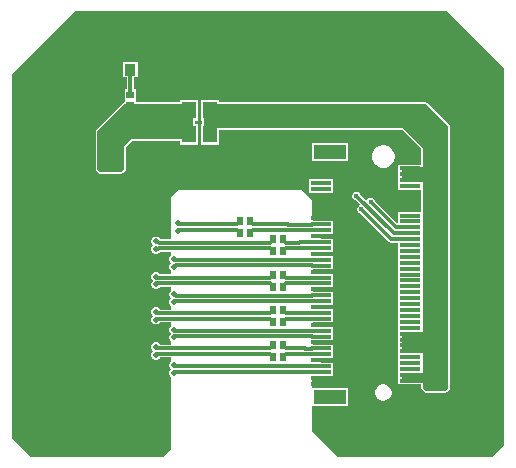
<source format=gtl>
G04*
G04 #@! TF.GenerationSoftware,Altium Limited,Altium Designer,23.5.1 (21)*
G04*
G04 Layer_Physical_Order=1*
G04 Layer_Color=255*
%FSLAX25Y25*%
%MOIN*%
G70*
G04*
G04 #@! TF.SameCoordinates,759C71C3-0AE8-42CF-A238-0F2E4D7DB1F7*
G04*
G04*
G04 #@! TF.FilePolarity,Positive*
G04*
G01*
G75*
%ADD13R,0.04567X0.05787*%
%ADD14R,0.03661X0.03858*%
%ADD15R,0.02559X0.02362*%
%ADD16R,0.03858X0.03661*%
%ADD17R,0.10827X0.04724*%
%ADD18R,0.06693X0.01181*%
%ADD19R,0.02362X0.02559*%
%ADD25C,0.01181*%
%ADD26C,0.01575*%
%ADD27C,0.01968*%
%ADD28C,0.03543*%
G36*
X187500Y179000D02*
Y53500D01*
X183500Y49500D01*
X132000D01*
X123500Y58000D01*
Y66069D01*
X123538Y66553D01*
X124000Y66553D01*
X135565D01*
Y72478D01*
X124000D01*
X123538Y72478D01*
X123500Y72962D01*
Y76122D01*
X123744Y76570D01*
X126500D01*
X126617Y76593D01*
X130447D01*
Y80942D01*
X126617D01*
X126500Y80966D01*
X123744D01*
X123500Y81413D01*
Y82028D01*
X123744Y82475D01*
X126500D01*
X126617Y82498D01*
X130447D01*
Y86848D01*
X126617D01*
X126500Y86871D01*
X123744D01*
X123500Y87319D01*
Y87933D01*
X123744Y88381D01*
X126500D01*
X126617Y88404D01*
X130447D01*
Y92753D01*
X126617D01*
X126500Y92777D01*
X123744D01*
X123500Y93224D01*
Y93839D01*
X123744Y94286D01*
X126500D01*
X126617Y94310D01*
X130447D01*
Y98659D01*
X126617D01*
X126500Y98682D01*
X123744D01*
X123500Y99130D01*
Y99744D01*
X123744Y100192D01*
X126500D01*
X126617Y100215D01*
X130447D01*
Y104565D01*
X126617D01*
X126500Y104588D01*
X123744D01*
X123744Y104588D01*
X123500Y105035D01*
Y105650D01*
X123744Y106097D01*
X126500D01*
X126617Y106121D01*
X130447D01*
Y110470D01*
X126617D01*
X126500Y110493D01*
X123744D01*
X123744Y110493D01*
X123500Y110941D01*
Y111555D01*
X123744Y112003D01*
X126500D01*
X126617Y112026D01*
X130447D01*
Y116376D01*
X126617D01*
X126500Y116399D01*
X123744D01*
X123500Y116846D01*
Y117461D01*
X123744Y117908D01*
X126500D01*
X126617Y117931D01*
X130447D01*
Y122281D01*
X126617D01*
X126500Y122304D01*
X123744D01*
X123500Y122752D01*
Y123366D01*
X123744Y123814D01*
X126500D01*
X126617Y123837D01*
X130447D01*
Y128187D01*
X126617D01*
X126500Y128210D01*
X123744D01*
X123500Y128657D01*
Y135216D01*
X120217Y138500D01*
X79000Y138500D01*
X76500Y136000D01*
Y122114D01*
X72947D01*
X72847Y122180D01*
X72843Y122191D01*
X72397Y122636D01*
X71815Y122878D01*
X71185D01*
X70603Y122636D01*
X70157Y122191D01*
X69916Y121608D01*
Y120978D01*
X70157Y120396D01*
X70544Y120009D01*
X70157Y119622D01*
X69916Y119040D01*
Y118410D01*
X70157Y117827D01*
X70603Y117382D01*
X71185Y117140D01*
X71815D01*
X72397Y117382D01*
X72843Y117827D01*
X72847Y117838D01*
X72947Y117905D01*
X76500D01*
Y116726D01*
X76157Y116382D01*
X75916Y115800D01*
Y115170D01*
X76157Y114588D01*
X76500Y114245D01*
Y114157D01*
X76157Y113814D01*
X75916Y113232D01*
Y112601D01*
X76157Y112019D01*
X76500Y111676D01*
Y110366D01*
X72875D01*
X72843Y110443D01*
X72397Y110889D01*
X71815Y111130D01*
X71185D01*
X70603Y110889D01*
X70157Y110443D01*
X69916Y109861D01*
Y109231D01*
X70157Y108649D01*
X70544Y108262D01*
X70157Y107875D01*
X69916Y107293D01*
Y106662D01*
X70157Y106080D01*
X70603Y105634D01*
X71185Y105393D01*
X71815D01*
X72397Y105634D01*
X72843Y106080D01*
X72875Y106157D01*
X76500D01*
Y104914D01*
X76157Y104571D01*
X75916Y103989D01*
Y103359D01*
X76157Y102777D01*
X76500Y102434D01*
Y102346D01*
X76157Y102003D01*
X75916Y101421D01*
Y100790D01*
X76157Y100208D01*
X76500Y99865D01*
Y98611D01*
X72875D01*
X72843Y98689D01*
X72397Y99134D01*
X71815Y99375D01*
X71185D01*
X70603Y99134D01*
X70157Y98689D01*
X69916Y98106D01*
Y97476D01*
X70157Y96894D01*
X70544Y96507D01*
X70157Y96120D01*
X69916Y95538D01*
Y94908D01*
X70157Y94325D01*
X70603Y93880D01*
X71185Y93638D01*
X71815D01*
X72397Y93880D01*
X72843Y94325D01*
X72875Y94402D01*
X76500D01*
Y93103D01*
X76157Y92760D01*
X75916Y92178D01*
Y91548D01*
X76157Y90966D01*
X76500Y90623D01*
Y90535D01*
X76157Y90192D01*
X75916Y89610D01*
Y88979D01*
X76157Y88397D01*
X76500Y88054D01*
Y86875D01*
X72875D01*
X72843Y86953D01*
X72397Y87398D01*
X71815Y87639D01*
X71185D01*
X70603Y87398D01*
X70157Y86953D01*
X69916Y86370D01*
Y85740D01*
X70157Y85158D01*
X70544Y84771D01*
X70157Y84384D01*
X69916Y83802D01*
Y83171D01*
X70157Y82589D01*
X70603Y82144D01*
X71185Y81902D01*
X71815D01*
X72397Y82144D01*
X72843Y82589D01*
X72875Y82666D01*
X76500D01*
Y81292D01*
X76157Y80949D01*
X75916Y80367D01*
Y79737D01*
X76157Y79155D01*
X76500Y78812D01*
Y78724D01*
X76157Y78381D01*
X75916Y77799D01*
Y77168D01*
X76157Y76586D01*
X76500Y76243D01*
Y52000D01*
X74000Y49500D01*
X30000D01*
X23614Y55886D01*
X23614Y177114D01*
X44500Y198000D01*
X168500Y198000D01*
X187500Y179000D01*
D02*
G37*
%LPC*%
G36*
X65368Y181029D02*
X60506D01*
Y175971D01*
X61786D01*
Y171954D01*
X61120D01*
Y167649D01*
X61000D01*
X60541Y167459D01*
X51541Y158459D01*
X51351Y158000D01*
Y153500D01*
Y145500D01*
X51541Y145041D01*
X52541Y144041D01*
X53000Y143851D01*
X60000D01*
X60459Y144041D01*
X61459Y145041D01*
X61649Y145500D01*
Y152731D01*
X63769Y154851D01*
X79613D01*
Y153506D01*
X85379D01*
Y160494D01*
X84649D01*
X84649Y161506D01*
X85379D01*
Y168494D01*
X79613D01*
Y167649D01*
X64880D01*
Y171954D01*
X64214D01*
Y175971D01*
X65368D01*
Y181029D01*
D02*
G37*
G36*
X135565Y153974D02*
X123538D01*
Y148050D01*
X135565D01*
Y153974D01*
D02*
G37*
G36*
X147761Y153384D02*
X146774D01*
X145820Y153128D01*
X144965Y152634D01*
X144267Y151936D01*
X143774Y151081D01*
X143518Y150127D01*
Y149140D01*
X143774Y148187D01*
X144267Y147332D01*
X144965Y146633D01*
X145820Y146140D01*
X146774Y145884D01*
X147761D01*
X148715Y146140D01*
X149570Y146633D01*
X150268Y147332D01*
X150762Y148187D01*
X151017Y149140D01*
Y150127D01*
X150762Y151081D01*
X150268Y151936D01*
X149570Y152634D01*
X148715Y153128D01*
X147761Y153384D01*
D02*
G37*
G36*
X130447Y141966D02*
X122554D01*
Y137617D01*
X130447D01*
Y139585D01*
Y141966D01*
D02*
G37*
G36*
X92387Y168494D02*
X86620D01*
Y161506D01*
X86851D01*
Y160494D01*
X86620D01*
Y153506D01*
X92387D01*
Y158351D01*
X153731D01*
X159851Y152231D01*
Y146887D01*
X152278D01*
Y142538D01*
Y138601D01*
X159851D01*
Y131139D01*
X152278D01*
Y127646D01*
X151778Y127439D01*
X144435Y134782D01*
Y134823D01*
X144223Y135333D01*
X143833Y135723D01*
X143323Y135935D01*
X142771D01*
X142261Y135723D01*
X141879Y135342D01*
X141774Y135247D01*
X141351Y135163D01*
X139680Y136834D01*
X139506Y137253D01*
X139116Y137643D01*
X138606Y137855D01*
X138054D01*
X137544Y137643D01*
X137154Y137253D01*
X136943Y136743D01*
Y136191D01*
X137154Y135681D01*
X137544Y135291D01*
X137963Y135117D01*
X139384Y133697D01*
X139300Y133273D01*
X139206Y133168D01*
X138824Y132786D01*
X138613Y132276D01*
Y131724D01*
X138824Y131214D01*
X139214Y130824D01*
X139633Y130650D01*
X149067Y121216D01*
X149067Y121216D01*
X149461Y120953D01*
X149925Y120861D01*
X152278D01*
Y116947D01*
Y113010D01*
Y109073D01*
Y105136D01*
Y101199D01*
Y97262D01*
Y93325D01*
Y89388D01*
Y85451D01*
Y81514D01*
Y77577D01*
Y73640D01*
X153489D01*
X153500Y73635D01*
X159851D01*
Y72500D01*
X160041Y72041D01*
X161041Y71041D01*
X161500Y70851D01*
X168000D01*
X168459Y71041D01*
X169459Y72041D01*
X169649Y72500D01*
Y155500D01*
Y159500D01*
X169459Y159959D01*
X161959Y167459D01*
X161500Y167649D01*
X92387D01*
Y168494D01*
D02*
G37*
G36*
X147632Y73659D02*
X146904D01*
X146200Y73471D01*
X145570Y73106D01*
X145055Y72592D01*
X144691Y71961D01*
X144502Y71258D01*
Y70530D01*
X144691Y69826D01*
X145055Y69196D01*
X145570Y68681D01*
X146200Y68317D01*
X146904Y68128D01*
X147632D01*
X148335Y68317D01*
X148966Y68681D01*
X149480Y69196D01*
X149845Y69826D01*
X150033Y70530D01*
Y71258D01*
X149845Y71961D01*
X149480Y72592D01*
X148966Y73106D01*
X148335Y73471D01*
X147632Y73659D01*
D02*
G37*
%LPD*%
G36*
X84000Y165000D02*
X84000Y158000D01*
X81500Y155500D01*
X63500D01*
X61000Y153000D01*
Y145500D01*
X60000Y144500D01*
X53000D01*
X52000Y145500D01*
Y153500D01*
Y158000D01*
X61000Y167000D01*
X82000D01*
X84000Y165000D01*
D02*
G37*
G36*
X169000Y159500D02*
Y155500D01*
Y72500D01*
X168000Y71500D01*
X161500D01*
X160500Y72500D01*
Y74285D01*
X153500D01*
Y77357D01*
X160500D01*
Y84132D01*
X153500D01*
Y91123D01*
X160500D01*
Y141244D01*
X153500D01*
Y146234D01*
X160500D01*
Y152500D01*
X160500D01*
X154000Y159000D01*
X88000D01*
X87500Y159500D01*
Y162500D01*
Y164750D01*
Y167000D01*
X161500D01*
X169000Y159500D01*
D02*
G37*
D13*
X82496Y157000D02*
D03*
X89504D02*
D03*
X82496Y165000D02*
D03*
X89504D02*
D03*
D14*
X173031Y75500D02*
D03*
X166969D02*
D03*
X69000Y178500D02*
D03*
X62937D02*
D03*
X173031Y88500D02*
D03*
X166969D02*
D03*
X173031Y144500D02*
D03*
X166969D02*
D03*
D15*
X63000Y170173D02*
D03*
Y166827D02*
D03*
D16*
X96500Y171031D02*
D03*
Y164969D02*
D03*
X102500Y171031D02*
D03*
Y164969D02*
D03*
X75500Y171031D02*
D03*
Y164969D02*
D03*
X69500Y171031D02*
D03*
Y164969D02*
D03*
D17*
X129551Y151012D02*
D03*
Y69516D02*
D03*
D18*
X126500Y138807D02*
D03*
Y146681D02*
D03*
X156224Y145697D02*
D03*
X126500Y144713D02*
D03*
X156224Y143728D02*
D03*
X126500Y142744D02*
D03*
X156224Y141760D02*
D03*
X126500Y140776D02*
D03*
X156224Y139791D02*
D03*
Y129949D02*
D03*
X126500Y128965D02*
D03*
X156224Y127980D02*
D03*
X126500Y126996D02*
D03*
X156224Y126012D02*
D03*
X126500Y125028D02*
D03*
X156224Y124043D02*
D03*
X126500Y123059D02*
D03*
X156224Y122075D02*
D03*
X126500Y121091D02*
D03*
X156224Y120106D02*
D03*
X126500Y119122D02*
D03*
X156224Y118138D02*
D03*
X126500Y117154D02*
D03*
X156224Y116169D02*
D03*
X126500Y115185D02*
D03*
X156224Y114201D02*
D03*
X126500Y113216D02*
D03*
X156224Y112232D02*
D03*
X126500Y111248D02*
D03*
X156224Y110264D02*
D03*
X126500Y109280D02*
D03*
X156224Y108295D02*
D03*
X126500Y107311D02*
D03*
X156224Y106327D02*
D03*
X126500Y105342D02*
D03*
X156224Y104358D02*
D03*
X126500Y103374D02*
D03*
X156224Y102390D02*
D03*
X126500Y101406D02*
D03*
X156224Y100421D02*
D03*
X126500Y99437D02*
D03*
X156224Y98453D02*
D03*
X126500Y97469D02*
D03*
X156224Y96484D02*
D03*
X126500Y95500D02*
D03*
X156224Y94516D02*
D03*
X126500Y93532D02*
D03*
X156224Y92547D02*
D03*
X126500Y91563D02*
D03*
X156224Y90579D02*
D03*
X126500Y89595D02*
D03*
X156224Y88610D02*
D03*
X126500Y87626D02*
D03*
X156224Y86642D02*
D03*
X126500Y85658D02*
D03*
X156224Y84673D02*
D03*
X126500Y83689D02*
D03*
X156224Y82705D02*
D03*
X126500Y81721D02*
D03*
X156224Y80736D02*
D03*
X126500Y79752D02*
D03*
X156224Y78768D02*
D03*
X126500Y77784D02*
D03*
X156224Y76799D02*
D03*
X126500Y75815D02*
D03*
X156224Y74831D02*
D03*
X126500Y73847D02*
D03*
D19*
X110654Y122000D02*
D03*
X114000D02*
D03*
X110654Y118018D02*
D03*
X114000D02*
D03*
X99654Y128080D02*
D03*
X103000D02*
D03*
X99654Y124080D02*
D03*
X103000D02*
D03*
X110654Y82770D02*
D03*
X114000D02*
D03*
X110654Y86772D02*
D03*
X114000D02*
D03*
X110654Y98500D02*
D03*
X114000D02*
D03*
X110654Y94515D02*
D03*
X114000D02*
D03*
X110654Y110264D02*
D03*
X114000D02*
D03*
X110654Y106260D02*
D03*
X114000D02*
D03*
D25*
X99654Y124080D02*
Y124178D01*
X79607Y126970D02*
X98642D01*
X99654Y127981D01*
Y128080D01*
X79000Y124796D02*
X79213D01*
X79607Y125189D01*
X79000Y127364D02*
X79213D01*
X79607Y126970D01*
Y125189D02*
X98642D01*
X99654Y124178D01*
X114869Y125189D02*
X114937Y125121D01*
X104011Y125189D02*
X114869D01*
X123744Y126996D02*
X126500D01*
X123744Y125028D02*
X126500D01*
X103000Y124080D02*
Y124178D01*
X104011Y125189D01*
X103000Y127981D02*
Y128080D01*
Y127981D02*
X104011Y126970D01*
X115607D01*
X115675Y126902D01*
X114937Y125121D02*
X123650D01*
X115675Y126902D02*
X123650D01*
X123744Y126996D01*
X123650Y125121D02*
X123744Y125028D01*
X78107Y113310D02*
X123650D01*
X78107Y115091D02*
X123650D01*
X78107Y77877D02*
X123650D01*
X78107Y79658D02*
X123650D01*
X62937Y178500D02*
X63000Y178437D01*
Y170173D02*
Y178437D01*
X140000Y132000D02*
X149925Y122075D01*
X156224D01*
X150754Y124043D02*
X156224D01*
X143047Y134453D02*
Y134547D01*
Y134453D02*
X151488Y126012D01*
X138330Y136467D02*
X150754Y124043D01*
X138330Y136467D02*
X138330D01*
X151488Y126012D02*
X156224D01*
X77500Y77483D02*
X77713D01*
X78107Y77877D01*
X123650D02*
X123744Y77784D01*
X126500D01*
X77713Y80052D02*
X78107Y79658D01*
X123650D02*
X123744Y79752D01*
X77500Y80052D02*
X77713D01*
X123744Y79752D02*
X126500D01*
X114000Y82770D02*
Y82868D01*
X115012Y83880D01*
X120354D01*
X123744Y83689D02*
X126500D01*
X120354Y83880D02*
X120452Y83783D01*
X123650D02*
X123744Y83689D01*
X120452Y83783D02*
X123650D01*
X114000Y86674D02*
X115012Y85661D01*
X121092D01*
X114000Y86674D02*
Y86772D01*
X121189Y85564D02*
X123650D01*
X123744Y85658D01*
X121092Y85661D02*
X121189Y85564D01*
X123744Y85658D02*
X126500D01*
X77500Y89294D02*
X77713D01*
X78107Y89688D01*
X123650D02*
X123744Y89595D01*
X78107Y89688D02*
X123650D01*
X123744Y89595D02*
X126500D01*
X77713Y91863D02*
X78107Y91469D01*
X123650D01*
X123744Y91563D01*
X77500Y91863D02*
X77713D01*
X123744Y91563D02*
X126500D01*
X115000Y95594D02*
X123650D01*
X123744Y95500D01*
X126500D01*
X115000Y97375D02*
X123650D01*
X123744Y97469D01*
X126500D01*
X77500Y101105D02*
X77713D01*
X78107Y101499D01*
X102603D02*
X102603Y101499D01*
X78107Y101499D02*
X102603D01*
X123744Y101406D02*
X126500D01*
X102603Y101499D02*
X123650D01*
X123744Y101406D01*
X103341Y103280D02*
X103341Y103280D01*
X78107Y103280D02*
X103341D01*
X103341Y103280D02*
X123650D01*
X123744Y103374D01*
X77500Y103674D02*
X77713D01*
X78107Y103280D01*
X123744Y103374D02*
X126500D01*
X114000Y106260D02*
Y106358D01*
X115013Y107371D01*
X120080D01*
X123744Y107311D02*
X126500D01*
X120080Y107371D02*
X120114Y107405D01*
X123650D02*
X123744Y107311D01*
X120114Y107405D02*
X123650D01*
X114000Y110165D02*
X115013Y109152D01*
X119343D01*
X114000Y110165D02*
Y110264D01*
X119343Y109152D02*
X119376Y109186D01*
X123650D02*
X123744Y109280D01*
X119376Y109186D02*
X123650D01*
X123744Y109280D02*
X126500D01*
X77500Y112917D02*
X77713D01*
X78107Y113310D01*
X123650D02*
X123744Y113216D01*
X126500D01*
X77713Y115485D02*
X78107Y115091D01*
X123650D02*
X123744Y115185D01*
X77500Y115485D02*
X77713D01*
X123744Y115185D02*
X126500D01*
X114000Y118018D02*
Y118116D01*
X115002Y119118D01*
X120049D01*
X120146Y119216D01*
X123650D01*
X123744Y119122D02*
X126500D01*
X123650Y119216D02*
X123744Y119122D01*
X114000Y121902D02*
X115002Y120900D01*
X119311D01*
X114000Y121902D02*
Y122000D01*
X119311Y120900D02*
X119408Y120997D01*
X123650D02*
X123744Y121091D01*
X119408Y120997D02*
X123650D01*
X123744Y121091D02*
X126500D01*
X109641Y83880D02*
X110654Y82868D01*
X91680Y83880D02*
X91680Y83880D01*
X72107Y83880D02*
X91680D01*
X92418Y85661D02*
X92418Y85661D01*
X91680Y83880D02*
X109641D01*
X110654Y82770D02*
Y82868D01*
X71713Y83487D02*
X72107Y83880D01*
X92418Y85661D02*
X109641D01*
X71713Y86055D02*
X72107Y85661D01*
X109641Y85661D02*
X110654Y86674D01*
Y86772D01*
X72107Y85661D02*
X92418D01*
X71500Y83487D02*
X71713D01*
X71500Y86055D02*
X71713D01*
X110654Y94515D02*
Y94613D01*
X71713Y95223D02*
X72107Y95616D01*
X109650D02*
X110654Y94613D01*
X72107Y95616D02*
X109650D01*
X71500Y95223D02*
X71713D01*
X71500Y97791D02*
X71713D01*
X72107Y97398D01*
X109650D01*
X110654Y98401D01*
Y98500D01*
Y106260D02*
Y106358D01*
X109641Y107371D02*
X110654Y106358D01*
X72107Y107371D02*
X91680D01*
X91680Y107371D01*
X71713Y109546D02*
X72107Y109152D01*
X92418D02*
X92418Y109152D01*
X91680Y107371D02*
X109641D01*
X109640Y109152D02*
X110654Y110165D01*
X71500Y106977D02*
X71713D01*
X110654Y110165D02*
Y110264D01*
X71713Y106977D02*
X72107Y107371D01*
Y109152D02*
X92418D01*
X71500Y109546D02*
X71713D01*
X92418Y109152D02*
X109640D01*
X71500Y118725D02*
X71651Y118876D01*
X72257D01*
X72500Y119118D01*
X71500Y121293D02*
X71651Y121143D01*
X72257D01*
X72500Y120900D01*
X110654Y118018D02*
Y118116D01*
X91424Y120900D02*
X91424Y120900D01*
X90686Y119118D02*
X109652D01*
X110654Y118116D01*
X72500Y120900D02*
X91424D01*
X91424Y120900D02*
X109652D01*
X110654Y121902D01*
Y122000D01*
X72500Y119118D02*
X90686D01*
X90686Y119118D01*
D26*
X75563Y122878D02*
D03*
X49185Y128000D02*
D03*
Y124500D02*
D03*
X149000Y134500D02*
D03*
X140500Y126500D02*
D03*
X143500Y139000D02*
D03*
X137000Y131000D02*
D03*
X133000D02*
D03*
Y127500D02*
D03*
Y124000D02*
D03*
Y120500D02*
D03*
Y117000D02*
D03*
Y113500D02*
D03*
Y110000D02*
D03*
Y106500D02*
D03*
Y103000D02*
D03*
Y99500D02*
D03*
Y96000D02*
D03*
Y92500D02*
D03*
Y89000D02*
D03*
Y85500D02*
D03*
Y82000D02*
D03*
Y78500D02*
D03*
Y75000D02*
D03*
X49185Y72000D02*
D03*
Y75500D02*
D03*
Y79000D02*
D03*
Y82500D02*
D03*
Y86000D02*
D03*
Y89500D02*
D03*
Y93000D02*
D03*
Y96500D02*
D03*
Y100000D02*
D03*
Y103500D02*
D03*
Y107000D02*
D03*
Y110500D02*
D03*
Y114000D02*
D03*
Y117500D02*
D03*
Y121000D02*
D03*
Y131500D02*
D03*
Y135000D02*
D03*
Y138500D02*
D03*
X75563Y75774D02*
D03*
Y81790D02*
D03*
Y87682D02*
D03*
Y93570D02*
D03*
Y99467D02*
D03*
Y105331D02*
D03*
X75637Y129061D02*
D03*
X75563Y111317D02*
D03*
Y117130D02*
D03*
X138330Y136467D02*
D03*
X140000Y132000D02*
D03*
X143047Y134547D02*
D03*
D27*
X79000Y127364D02*
D03*
Y124796D02*
D03*
X77500Y77483D02*
D03*
Y80052D02*
D03*
Y89294D02*
D03*
Y91863D02*
D03*
Y101105D02*
D03*
Y103674D02*
D03*
Y112917D02*
D03*
Y115485D02*
D03*
X71500Y86055D02*
D03*
Y83487D02*
D03*
Y97791D02*
D03*
Y95223D02*
D03*
Y109546D02*
D03*
Y106977D02*
D03*
Y121293D02*
D03*
Y118725D02*
D03*
D28*
X62000Y57500D02*
D03*
Y65000D02*
D03*
X118000Y149000D02*
D03*
X148500Y140500D02*
D03*
X181000Y150500D02*
D03*
Y138500D02*
D03*
Y82000D02*
D03*
Y75000D02*
D03*
Y88500D02*
D03*
Y144500D02*
D03*
X127500Y179000D02*
D03*
X119000D02*
D03*
X110500D02*
D03*
X102000D02*
D03*
X93500D02*
D03*
X85000D02*
D03*
X103500Y149500D02*
D03*
X95000D02*
D03*
X86500D02*
D03*
X78000D02*
D03*
X69000D02*
D03*
X54500Y147000D02*
D03*
X59000D02*
D03*
Y151500D02*
D03*
X54500D02*
D03*
M02*

</source>
